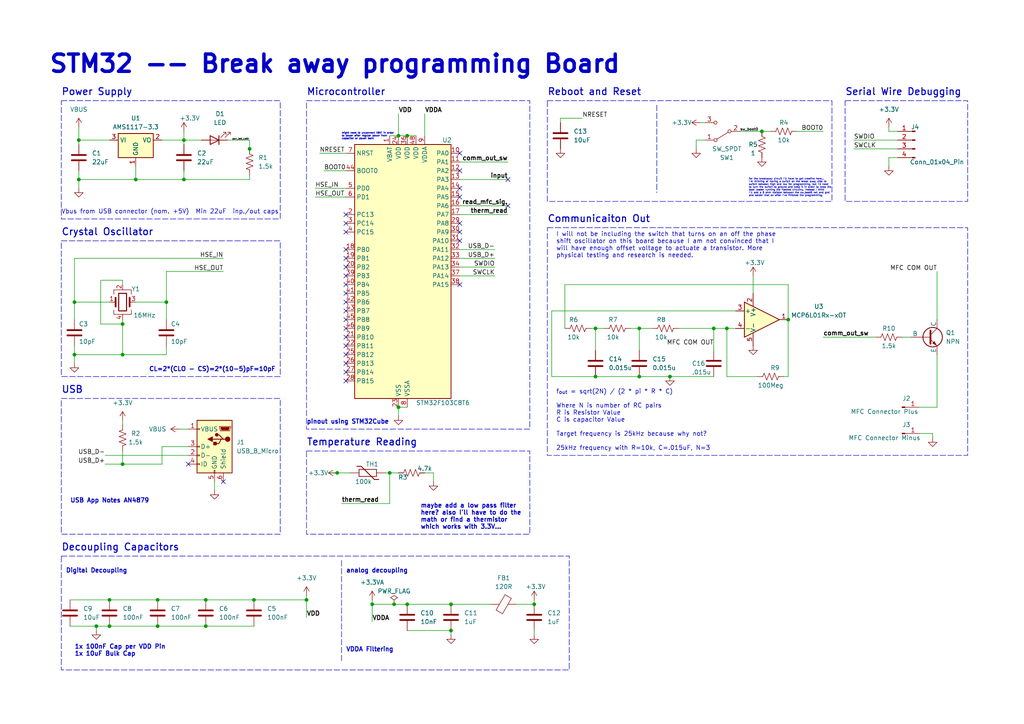
<source format=kicad_sch>
(kicad_sch (version 20230121) (generator eeschema)
  (paper "A4")
  (title_block (title "STM32 -- Break away programming Board") (date "2024-12-30") (rev "0.1") (company "Henry Claesson"))
  (lib_symbols
    (symbol "Amplifier_Operational:MCP6L01Rx-xOT" (pin_names (offset 0.127))
      (property "Reference" "U" (at 0 5.08 0))
      (property "Value" "MCP6L01Rx-xOT" (at 0 -5.08 0))
      (symbol "MCP6L01Rx-xOT_0_1"
        (polyline (pts (xy -5.08 5.08) (xy 5.08 0) (xy -5.08 -5.08) (xy -5.08 5.08)) (stroke (width 0.254)) (fill (type background)))
        (pin power_in line (at -2.54 7.62 270) (length 3.81) (name "V+") (number "2"))
        (pin power_in line (at -2.54 -7.62 90) (length 3.81) (name "V-") (number "5"))
      )
      (symbol "MCP6L01Rx-xOT_1_1"
        (pin output line (at 7.62 0 180) (length 2.54) (name "~") (number "1"))
        (pin input line (at -7.62 2.54 0) (length 2.54) (name "+") (number "3"))
        (pin input line (at -7.62 -2.54 0) (length 2.54) (name "-") (number "4"))
      )
    )
    (symbol "Connector:Conn_01x01_Pin" (pin_names (offset 1.016) hide)
      (property "Reference" "J" (at 0 2.54 0))
      (property "Value" "Conn_01x01_Pin" (at 0 -2.54 0))
      (symbol "Conn_01x01_Pin_1_1"
        (polyline (pts (xy 1.27 0) (xy 0.8636 0)) (stroke (width 0.1524)))
        (rectangle (start 0.8636 0.127) (end 0 -0.127) (stroke (width 0.1524)) (fill (type outline)))
        (pin passive line (at 5.08 0 180) (length 3.81) (name "Pin_1") (number "1"))
      )
    )
    (symbol "Connector:Conn_01x04_Pin" (pin_names (offset 1.016) hide)
      (property "Reference" "J" (at 0 5.08 0))
      (property "Value" "Conn_01x04_Pin" (at 0 -7.62 0))
      (symbol "Conn_01x04_Pin_1_1"
        (polyline (pts (xy 1.27 -5.08) (xy 0.8636 -5.08)) (stroke (width 0.1524)))
        (polyline (pts (xy 1.27 -2.54) (xy 0.8636 -2.54)) (stroke (width 0.1524)))
        (polyline (pts (xy 1.27 0) (xy 0.8636 0)) (stroke (width 0.1524)))
        (polyline (pts (xy 1.27 2.54) (xy 0.8636 2.54)) (stroke (width 0.1524)))
        (rectangle (start 0.8636 -4.953) (end 0 -5.207) (stroke (width 0.1524)) (fill (type outline)))
        (rectangle (start 0.8636 -2.413) (end 0 -2.667) (stroke (width 0.1524)) (fill (type outline)))
        (rectangle (start 0.8636 0.127) (end 0 -0.127) (stroke (width 0.1524)) (fill (type outline)))
        (rectangle (start 0.8636 2.667) (end 0 2.413) (stroke (width 0.1524)) (fill (type outline)))
        (pin passive line (at 5.08 2.54 180) (length 3.81) (name "Pin_1") (number "1"))
        (pin passive line (at 5.08 0 180) (length 3.81) (name "Pin_2") (number "2"))
        (pin passive line (at 5.08 -2.54 180) (length 3.81) (name "Pin_3") (number "3"))
        (pin passive line (at 5.08 -5.08 180) (length 3.81) (name "Pin_4") (number "4"))
      )
    )
    (symbol "Connector:USB_B_Micro" (pin_names (offset 1.016))
      (property "Reference" "J" (at -5.08 11.43 0))
      (property "Value" "USB_B_Micro" (at -5.08 8.89 0))
      (symbol "USB_B_Micro_0_1"
        (rectangle (start -5.08 -7.62) (end 5.08 7.62) (stroke (width 0.254)) (fill (type background)))
        (circle (center -3.81 2.159) (radius 0.635) (stroke (width 0.254)) (fill (type outline)))
        (circle (center -0.635 3.429) (radius 0.381) (stroke (width 0.254)) (fill (type outline)))
        (rectangle (start -0.127 -7.62) (end 0.127 -6.858))
        (polyline (pts (xy -1.905 2.159) (xy 0.635 2.159)) (stroke (width 0.254)))
        (polyline (pts (xy -3.175 2.159) (xy -2.54 2.159) (xy -1.27 3.429) (xy -0.635 3.429)) (stroke (width 0.254)))
        (polyline (pts (xy -2.54 2.159) (xy -1.905 2.159) (xy -1.27 0.889) (xy 0 0.889)) (stroke (width 0.254)))
        (polyline (pts (xy 0.635 2.794) (xy 0.635 1.524) (xy 1.905 2.159) (xy 0.635 2.794)) (stroke (width 0.254)) (fill (type outline)))
        (polyline (pts (xy -4.318 5.588) (xy -1.778 5.588) (xy -2.032 4.826) (xy -4.064 4.826) (xy -4.318 5.588)) (fill (type outline)))
        (polyline (pts (xy -4.699 5.842) (xy -4.699 5.588) (xy -4.445 4.826) (xy -4.445 4.572) (xy -1.651 4.572) (xy -1.651 4.826) (xy -1.397 5.588) (xy -1.397 5.842) (xy -4.699 5.842)))
        (rectangle (start 0.254 1.27) (end -0.508 0.508) (stroke (width 0.254)) (fill (type outline)))
        (rectangle (start 5.08 -5.207) (end 4.318 -4.953))
        (rectangle (start 5.08 -2.667) (end 4.318 -2.413))
        (rectangle (start 5.08 -0.127) (end 4.318 0.127))
        (rectangle (start 5.08 4.953) (end 4.318 5.207))
      )
      (symbol "USB_B_Micro_1_1"
        (pin power_out line (at 7.62 5.08 180) (length 2.54) (name "VBUS") (number "1"))
        (pin bidirectional line (at 7.62 -2.54 180) (length 2.54) (name "D-") (number "2"))
        (pin bidirectional line (at 7.62 0 180) (length 2.54) (name "D+") (number "3"))
        (pin passive line (at 7.62 -5.08 180) (length 2.54) (name "ID") (number "4"))
        (pin power_out line (at 0 -10.16 90) (length 2.54) (name "GND") (number "5"))
        (pin passive line (at -2.54 -10.16 90) (length 2.54) (name "Shield") (number "6"))
      )
    )
    (symbol "Device:C" (pin_numbers hide) (pin_names (offset 0.254))
      (property "Reference" "C" (at 0.635 2.54 0))
      (property "Value" "C" (at 0.635 -2.54 0))
      (symbol "C_0_1"
        (polyline (pts (xy -2.032 -0.762) (xy 2.032 -0.762)) (stroke (width 0.508)))
        (polyline (pts (xy -2.032 0.762) (xy 2.032 0.762)) (stroke (width 0.508)))
      )
      (symbol "C_1_1"
        (pin passive line (at 0 3.81 270) (length 2.794) (name "~") (number "1"))
        (pin passive line (at 0 -3.81 90) (length 2.794) (name "~") (number "2"))
      )
    )
    (symbol "Device:Crystal_GND24" (pin_names (offset 1.016) hide)
      (property "Reference" "Y" (at 3.175 5.08 0))
      (property "Value" "Crystal_GND24" (at 3.175 3.175 0))
      (symbol "Crystal_GND24_0_1"
        (rectangle (start -1.143 2.54) (end 1.143 -2.54) (stroke (width 0.3048)))
        (polyline (pts (xy -2.54 0) (xy -2.032 0)))
        (polyline (pts (xy -2.032 -1.27) (xy -2.032 1.27)) (stroke (width 0.508)))
        (polyline (pts (xy 0 -3.81) (xy 0 -3.556)))
        (polyline (pts (xy 0 3.556) (xy 0 3.81)))
        (polyline (pts (xy 2.032 -1.27) (xy 2.032 1.27)) (stroke (width 0.508)))
        (polyline (pts (xy 2.032 0) (xy 2.54 0)))
        (polyline (pts (xy -2.54 -2.286) (xy -2.54 -3.556) (xy 2.54 -3.556) (xy 2.54 -2.286)))
        (polyline (pts (xy -2.54 2.286) (xy -2.54 3.556) (xy 2.54 3.556) (xy 2.54 2.286)))
      )
      (symbol "Crystal_GND24_1_1"
        (pin passive line (at -3.81 0 0) (length 1.27) (name "1") (number "1"))
        (pin passive line (at 0 5.08 270) (length 1.27) (name "2") (number "2"))
        (pin passive line (at 3.81 0 180) (length 1.27) (name "3") (number "3"))
        (pin passive line (at 0 -5.08 90) (length 1.27) (name "4") (number "4"))
      )
    )
    (symbol "Device:FerriteBead" (pin_numbers hide) (pin_names (offset 0))
      (property "Reference" "FB" (at -3.81 0.635 90))
      (property "Value" "FerriteBead" (at 3.81 0 90))
      (symbol "FerriteBead_0_1"
        (polyline (pts (xy 0 -1.27) (xy 0 -1.2192)))
        (polyline (pts (xy 0 1.27) (xy 0 1.2954)))
        (polyline (pts (xy -2.7686 0.4064) (xy -1.7018 2.2606) (xy 2.7686 -0.3048) (xy 1.6764 -2.159) (xy -2.7686 0.4064)))
      )
      (symbol "FerriteBead_1_1"
        (pin passive line (at 0 3.81 270) (length 2.54) (name "~") (number "1"))
        (pin passive line (at 0 -3.81 90) (length 2.54) (name "~") (number "2"))
      )
    )
    (symbol "Device:LED" (pin_numbers hide) (pin_names (offset 1.016) hide)
      (property "Reference" "D" (at 0 2.54 0))
      (property "Value" "LED" (at 0 -2.54 0))
      (symbol "LED_0_1"
        (polyline (pts (xy -1.27 -1.27) (xy -1.27 1.27)) (stroke (width 0.254)))
        (polyline (pts (xy -1.27 0) (xy 1.27 0)))
        (polyline (pts (xy 1.27 -1.27) (xy 1.27 1.27) (xy -1.27 0) (xy 1.27 -1.27)) (stroke (width 0.254)))
        (polyline (pts (xy -3.048 -0.762) (xy -4.572 -2.286) (xy -3.81 -2.286) (xy -4.572 -2.286) (xy -4.572 -1.524)))
        (polyline (pts (xy -1.778 -0.762) (xy -3.302 -2.286) (xy -2.54 -2.286) (xy -3.302 -2.286) (xy -3.302 -1.524)))
      )
      (symbol "LED_1_1"
        (pin passive line (at -3.81 0 0) (length 2.54) (name "K") (number "1"))
        (pin passive line (at 3.81 0 180) (length 2.54) (name "A") (number "2"))
      )
    )
    (symbol "Device:R_US" (pin_numbers hide) (pin_names (offset 0))
      (property "Reference" "R" (at 2.54 0 90))
      (property "Value" "R_US" (at -2.54 0 90))
      (symbol "R_US_0_1"
        (polyline (pts (xy 0 -2.286) (xy 0 -2.54)))
        (polyline (pts (xy 0 2.286) (xy 0 2.54)))
        (polyline (pts (xy 0 -0.762) (xy 1.016 -1.143) (xy 0 -1.524) (xy -1.016 -1.905) (xy 0 -2.286)))
        (polyline (pts (xy 0 0.762) (xy 1.016 0.381) (xy 0 0) (xy -1.016 -0.381) (xy 0 -0.762)))
        (polyline (pts (xy 0 2.286) (xy 1.016 1.905) (xy 0 1.524) (xy -1.016 1.143) (xy 0 0.762)))
      )
      (symbol "R_US_1_1"
        (pin passive line (at 0 3.81 270) (length 1.27) (name "~") (number "1"))
        (pin passive line (at 0 -3.81 90) (length 1.27) (name "~") (number "2"))
      )
    )
    (symbol "Device:Thermistor" (pin_numbers hide) (pin_names (offset 0))
      (property "Reference" "TH" (at 2.54 1.27 90))
      (property "Value" "Thermistor" (at -2.54 0 90))
      (symbol "Thermistor_0_1"
        (rectangle (start -1.016 2.54) (end 1.016 -2.54) (stroke (width 0.2032)))
        (polyline (pts (xy -1.905 3.175) (xy -1.905 1.905) (xy 1.905 -1.905) (xy 1.905 -3.175) (xy 1.905 -3.175)) (stroke (width 0.254)))
      )
      (symbol "Thermistor_1_1"
        (pin passive line (at 0 5.08 270) (length 2.54) (name "~") (number "1"))
        (pin passive line (at 0 -5.08 90) (length 2.54) (name "~") (number "2"))
      )
    )
    (symbol "MCU_ST_STM32F1:STM32F103C8Tx"
      (property "Reference" "U" (at -12.7 39.37 0))
      (property "Value" "STM32F103C8Tx" (at 10.16 39.37 0))
      (symbol "STM32F103C8Tx_0_1"
        (rectangle (start -12.7 -35.56) (end 15.24 38.1) (stroke (width 0.254)) (fill (type background)))
      )
      (symbol "STM32F103C8Tx_1_1"
        (pin power_in line (at -2.54 40.64 270) (length 2.54) (name "VBAT") (number "1"))
        (pin bidirectional line (at 17.78 35.56 180) (length 2.54) (name "PA0") (number "10"))
        (pin bidirectional line (at 17.78 33.02 180) (length 2.54) (name "PA1") (number "11"))
        (pin bidirectional line (at 17.78 30.48 180) (length 2.54) (name "PA2") (number "12"))
        (pin bidirectional line (at 17.78 27.94 180) (length 2.54) (name "PA3") (number "13"))
        (pin bidirectional line (at 17.78 25.4 180) (length 2.54) (name "PA4") (number "14"))
        (pin bidirectional line (at 17.78 22.86 180) (length 2.54) (name "PA5") (number "15"))
        (pin bidirectional line (at 17.78 20.32 180) (length 2.54) (name "PA6") (number "16"))
        (pin bidirectional line (at 17.78 17.78 180) (length 2.54) (name "PA7") (number "17"))
        (pin bidirectional line (at -15.24 7.62 0) (length 2.54) (name "PB0") (number "18"))
        (pin bidirectional line (at -15.24 5.08 0) (length 2.54) (name "PB1") (number "19"))
        (pin bidirectional line (at -15.24 17.78 0) (length 2.54) (name "PC13") (number "2"))
        (pin bidirectional line (at -15.24 2.54 0) (length 2.54) (name "PB2") (number "20"))
        (pin bidirectional line (at -15.24 -17.78 0) (length 2.54) (name "PB10") (number "21"))
        (pin bidirectional line (at -15.24 -20.32 0) (length 2.54) (name "PB11") (number "22"))
        (pin power_in line (at 0 -38.1 90) (length 2.54) (name "VSS") (number "23"))
        (pin power_in line (at 0 40.64 270) (length 2.54) (name "VDD") (number "24"))
        (pin bidirectional line (at -15.24 -22.86 0) (length 2.54) (name "PB12") (number "25"))
        (pin bidirectional line (at -15.24 -25.4 0) (length 2.54) (name "PB13") (number "26"))
        (pin bidirectional line (at -15.24 -27.94 0) (length 2.54) (name "PB14") (number "27"))
        (pin bidirectional line (at -15.24 -30.48 0) (length 2.54) (name "PB15") (number "28"))
        (pin bidirectional line (at 17.78 15.24 180) (length 2.54) (name "PA8") (number "29"))
        (pin bidirectional line (at -15.24 15.24 0) (length 2.54) (name "PC14") (number "3"))
        (pin bidirectional line (at 17.78 12.7 180) (length 2.54) (name "PA9") (number "30"))
        (pin bidirectional line (at 17.78 10.16 180) (length 2.54) (name "PA10") (number "31"))
        (pin bidirectional line (at 17.78 7.62 180) (length 2.54) (name "PA11") (number "32"))
        (pin bidirectional line (at 17.78 5.08 180) (length 2.54) (name "PA12") (number "33"))
        (pin bidirectional line (at 17.78 2.54 180) (length 2.54) (name "PA13") (number "34"))
        (pin passive line (at 0 -38.1 90) (length 2.54) hide (name "VSS") (number "35"))
        (pin power_in line (at 2.54 40.64 270) (length 2.54) (name "VDD") (number "36"))
        (pin bidirectional line (at 17.78 0 180) (length 2.54) (name "PA14") (number "37"))
        (pin bidirectional line (at 17.78 -2.54 180) (length 2.54) (name "PA15") (number "38"))
        (pin bidirectional line (at -15.24 0 0) (length 2.54) (name "PB3") (number "39"))
        (pin bidirectional line (at -15.24 12.7 0) (length 2.54) (name "PC15") (number "4"))
        (pin bidirectional line (at -15.24 -2.54 0) (length 2.54) (name "PB4") (number "40"))
        (pin bidirectional line (at -15.24 -5.08 0) (length 2.54) (name "PB5") (number "41"))
        (pin bidirectional line (at -15.24 -7.62 0) (length 2.54) (name "PB6") (number "42"))
        (pin bidirectional line (at -15.24 -10.16 0) (length 2.54) (name "PB7") (number "43"))
        (pin input line (at -15.24 30.48 0) (length 2.54) (name "BOOT0") (number "44"))
        (pin bidirectional line (at -15.24 -12.7 0) (length 2.54) (name "PB8") (number "45"))
        (pin bidirectional line (at -15.24 -15.24 0) (length 2.54) (name "PB9") (number "46"))
        (pin passive line (at 0 -38.1 90) (length 2.54) hide (name "VSS") (number "47"))
        (pin power_in line (at 5.08 40.64 270) (length 2.54) (name "VDD") (number "48"))
        (pin bidirectional line (at -15.24 25.4 0) (length 2.54) (name "PD0") (number "5"))
        (pin bidirectional line (at -15.24 22.86 0) (length 2.54) (name "PD1") (number "6"))
        (pin input line (at -15.24 35.56 0) (length 2.54) (name "NRST") (number "7"))
        (pin power_in line (at 2.54 -38.1 90) (length 2.54) (name "VSSA") (number "8"))
        (pin power_in line (at 7.62 40.64 270) (length 2.54) (name "VDDA") (number "9"))
      )
    )
    (symbol "Regulator_Linear:AMS1117-3.3"
      (property "Reference" "U" (at -3.81 3.175 0))
      (property "Value" "AMS1117-3.3" (at 0 3.175 0))
      (symbol "AMS1117-3.3_0_1"
        (rectangle (start -5.08 -5.08) (end 5.08 1.905) (stroke (width 0.254)) (fill (type background)))
      )
      (symbol "AMS1117-3.3_1_1"
        (pin power_in line (at 0 -7.62 90) (length 2.54) (name "GND") (number "1"))
        (pin power_out line (at 7.62 0 180) (length 2.54) (name "VO") (number "2"))
        (pin power_in line (at -7.62 0 0) (length 2.54) (name "VI") (number "3"))
      )
    )
    (symbol "Simulation_SPICE:NPN" (pin_numbers hide) (pin_names (offset 0))
      (property "Reference" "Q" (at -2.54 7.62 0))
      (property "Value" "NPN" (at -2.54 5.08 0))
      (symbol "NPN_0_1"
        (polyline (pts (xy -2.54 0) (xy 0.635 0)) (stroke (width 0.1524)))
        (polyline (pts (xy 0.635 0.635) (xy 2.54 2.54)))
        (polyline (pts (xy 2.794 -1.27) (xy 2.794 -1.27)) (stroke (width 0.1524)))
        (polyline (pts (xy 2.794 -1.27) (xy 2.794 -1.27)) (stroke (width 0.1524)))
        (polyline (pts (xy 0.635 -0.635) (xy 2.54 -2.54) (xy 2.54 -2.54)))
        (polyline (pts (xy 0.635 1.905) (xy 0.635 -1.905) (xy 0.635 -1.905)) (stroke (width 0.508)))
        (polyline (pts (xy 1.27 -1.778) (xy 1.778 -1.27) (xy 2.286 -2.286) (xy 1.27 -1.778) (xy 1.27 -1.778)) (fill (type outline)))
        (circle (center 1.27 0) (radius 2.8194) (stroke (width 0.254)))
      )
      (symbol "NPN_1_1"
        (pin open_collector line (at 2.54 5.08 270) (length 2.54) (name "C") (number "1"))
        (pin input line (at -5.08 0 0) (length 2.54) (name "B") (number "2"))
        (pin open_emitter line (at 2.54 -5.08 90) (length 2.54) (name "E") (number "3"))
      )
    )
    (symbol "Switch:SW_SPDT" (pin_names (offset 0) hide)
      (property "Reference" "SW1" (at -1.27 7.62 0))
      (property "Value" "SW_SPDT" (at -1.27 5.08 0))
      (symbol "SW_SPDT_0_1"
        (circle (center -2.032 0) (radius 0.4572))
        (polyline (pts (xy -1.651 0.254) (xy 1.651 2.286)))
        (circle (center 2.032 -2.54) (radius 0.4572))
        (circle (center 2.032 2.54) (radius 0.4572))
      )
      (symbol "SW_SPDT_1_1"
        (pin passive line (at 5.08 2.54 180) (length 2.54) (name "A") (number "1"))
        (pin passive line (at -5.08 0 0) (length 2.54) (name "B") (number "2"))
        (pin passive line (at 5.08 -2.54 180) (length 2.54) (name "C") (number "3"))
      )
    )
    (symbol "power:+3.3V" (power) (pin_names (offset 0))
      (property "Value" "+3.3V" (at 0 3.556 0))
      (symbol "+3.3V_0_1"
        (polyline (pts (xy -0.762 1.27) (xy 0 2.54)))
        (polyline (pts (xy 0 0) (xy 0 2.54)))
        (polyline (pts (xy 0 2.54) (xy 0.762 1.27)))
      )
      (symbol "+3.3V_1_1"
        (pin power_in line (at 0 0 90) (length 0) hide (name "+3.3V") (number "1"))
      )
    )
    (symbol "power:+3.3VA" (power) (pin_names (offset 0))
      (property "Value" "+3.3VA" (at 0 3.556 0))
      (symbol "+3.3VA_0_1"
        (polyline (pts (xy -0.762 1.27) (xy 0 2.54)))
        (polyline (pts (xy 0 0) (xy 0 2.54)))
        (polyline (pts (xy 0 2.54) (xy 0.762 1.27)))
      )
      (symbol "+3.3VA_1_1"
        (pin power_in line (at 0 0 90) (length 0) hide (name "+3.3VA") (number "1"))
      )
    )
    (symbol "power:GND" (power) (pin_names (offset 0))
      (property "Value" "GND" (at 0 -3.81 0))
      (symbol "GND_0_1"
        (polyline (pts (xy 0 0) (xy 0 -1.27) (xy 1.27 -1.27) (xy 0 -2.54) (xy -1.27 -1.27) (xy 0 -1.27)))
      )
      (symbol "GND_1_1"
        (pin power_in line (at 0 0 270) (length 0) hide (name "GND") (number "1"))
      )
    )
    (symbol "power:PWR_FLAG" (power) (pin_numbers hide) (pin_names (offset 0) hide)
      (property "Value" "PWR_FLAG" (at 0 3.81 0))
      (symbol "PWR_FLAG_0_0"
        (pin power_out line (at 0 0 90) (length 0) (name "pwr") (number "1"))
      )
      (symbol "PWR_FLAG_0_1"
        (polyline (pts (xy 0 0) (xy 0 1.27) (xy -1.016 1.905) (xy 0 2.54) (xy 1.016 1.905) (xy 0 1.27)))
      )
    )
    (symbol "power:VBUS" (power) (pin_names (offset 0))
      (property "Value" "VBUS" (at 0 3.81 0))
      (symbol "VBUS_0_1"
        (polyline (pts (xy -0.762 1.27) (xy 0 2.54)))
        (polyline (pts (xy 0 0) (xy 0 2.54)))
        (polyline (pts (xy 0 2.54) (xy 0.762 1.27)))
      )
      (symbol "VBUS_1_1"
        (pin power_in line (at 0 0 90) (length 0) hide (name "VBUS") (number "1"))
      )
    )
  )
  (junction (at 130.81 182.88))
  (junction (at 172.72 109.22))
  (junction (at 53.34 52.07))
  (junction (at 114.3 175.26))
  (junction (at 194.31 109.22))
  (junction (at 35.56 134.62))
  (junction (at 185.42 95.25))
  (junction (at 59.69 181.61))
  (junction (at 118.11 175.26))
  (junction (at 88.9 173.99))
  (junction (at 22.86 40.64))
  (junction (at 220.98 38.1))
  (junction (at 115.57 118.11))
  (junction (at 22.86 52.07))
  (junction (at 27.94 181.61))
  (junction (at 45.72 181.61))
  (junction (at 31.75 181.61))
  (junction (at 113.03 137.16))
  (junction (at 210.82 95.25))
  (junction (at 130.81 175.26))
  (junction (at 185.42 109.22))
  (junction (at 31.75 173.99))
  (junction (at 72.39 43.18))
  (junction (at 35.56 93.98))
  (junction (at 59.69 173.99))
  (junction (at 172.72 95.25))
  (junction (at 48.26 87.63))
  (junction (at 39.37 52.07))
  (junction (at 97.79 137.16))
  (junction (at 45.72 173.99))
  (junction (at 118.11 39.37))
  (junction (at 207.01 95.25))
  (junction (at 35.56 102.87))
  (junction (at 228.6 92.71))
  (junction (at 53.34 40.64))
  (junction (at 73.66 173.99))
  (junction (at 21.59 87.63))
  (junction (at 107.95 175.26))
  (junction (at 115.57 39.37))
  (junction (at 21.59 102.87))
  (junction (at 154.94 175.26))
  (no_connect (at 100.33 82.55))
  (no_connect (at 133.35 67.31))
  (no_connect (at 100.33 92.71))
  (no_connect (at 100.33 85.09))
  (no_connect (at 100.33 100.33))
  (no_connect (at 133.35 54.61))
  (no_connect (at 100.33 102.87))
  (no_connect (at 147.32 59.69))
  (no_connect (at 133.35 82.55))
  (no_connect (at 100.33 72.39))
  (no_connect (at 100.33 77.47))
  (no_connect (at 133.35 69.85))
  (no_connect (at 54.61 134.62))
  (no_connect (at 100.33 90.17))
  (no_connect (at 64.77 139.7))
  (no_connect (at 100.33 74.93))
  (no_connect (at 100.33 97.79))
  (no_connect (at 100.33 67.31))
  (no_connect (at 100.33 107.95))
  (no_connect (at 100.33 80.01))
  (no_connect (at 133.35 44.45))
  (no_connect (at 100.33 62.23))
  (no_connect (at 133.35 49.53))
  (no_connect (at 100.33 87.63))
  (no_connect (at 100.33 95.25))
  (no_connect (at 100.33 110.49))
  (no_connect (at 133.35 57.15))
  (no_connect (at 133.35 64.77))
  (no_connect (at 100.33 64.77))
  (no_connect (at 147.32 52.07))
  (no_connect (at 100.33 105.41))
  (wire (pts (xy 29.21 93.98) (xy 35.56 93.98)))
  (wire (pts (xy 35.56 102.87) (xy 48.26 102.87)))
  (wire (pts (xy 39.37 87.63) (xy 48.26 87.63)))
  (wire (pts (xy 130.81 182.88) (xy 130.81 184.15)))
  (wire (pts (xy 163.83 82.55) (xy 228.6 82.55)))
  (wire (pts (xy 53.34 38.1) (xy 53.34 40.64)))
  (wire (pts (xy 130.81 175.26) (xy 142.24 175.26)))
  (wire (pts (xy 66.04 40.64) (xy 72.39 40.64)))
  (wire (pts (xy 115.57 118.11) (xy 115.57 120.65)))
  (wire (pts (xy 264.16 97.79) (xy 261.62 97.79)))
  (wire (pts (xy 203.2 35.56) (xy 204.47 35.56)))
  (wire (pts (xy 91.44 57.15) (xy 100.33 57.15)))
  (wire (pts (xy 21.59 87.63) (xy 21.59 92.71)))
  (wire (pts (xy 171.45 95.25) (xy 172.72 95.25)))
  (wire (pts (xy 115.57 39.37) (xy 118.11 39.37)))
  (wire (pts (xy 257.81 45.72) (xy 260.35 45.72)))
  (wire (pts (xy 118.11 175.26) (xy 130.81 175.26)))
  (wire (pts (xy 118.11 39.37) (xy 120.65 39.37)))
  (wire (pts (xy 88.9 173.99) (xy 88.9 179.07)))
  (wire (pts (xy 123.19 137.16) (xy 125.73 137.16)))
  (wire (pts (xy 196.85 95.25) (xy 207.01 95.25)))
  (wire (pts (xy 133.35 52.07) (xy 147.32 52.07)))
  (wire (pts (xy 93.98 49.53) (xy 100.33 49.53)))
  (wire (pts (xy 254 97.79) (xy 238.76 97.79)))
  (wire (pts (xy 59.69 181.61) (xy 73.66 181.61)))
  (wire (pts (xy 48.26 78.74) (xy 48.26 87.63)))
  (wire (pts (xy 31.75 40.64) (xy 22.86 40.64)))
  (polyline (pts (xy 99.06 162.56) (xy 99.06 191.77)) (stroke (width 0) (type dash)))
  (wire (pts (xy 21.59 102.87) (xy 35.56 102.87)))
  (wire (pts (xy 21.59 74.93) (xy 21.59 87.63)))
  (wire (pts (xy 115.57 118.11) (xy 118.11 118.11)))
  (wire (pts (xy 99.06 146.05) (xy 113.03 146.05)))
  (wire (pts (xy 220.98 38.1) (xy 223.52 38.1)))
  (wire (pts (xy 115.57 33.02) (xy 115.57 39.37)))
  (wire (pts (xy 149.86 175.26) (xy 154.94 175.26)))
  (wire (pts (xy 35.56 93.98) (xy 35.56 102.87)))
  (wire (pts (xy 207.01 95.25) (xy 207.01 101.6)))
  (wire (pts (xy 107.95 173.99) (xy 107.95 175.26)))
  (wire (pts (xy 172.72 95.25) (xy 175.26 95.25)))
  (wire (pts (xy 107.95 175.26) (xy 107.95 180.34)))
  (wire (pts (xy 39.37 52.07) (xy 53.34 52.07)))
  (wire (pts (xy 172.72 101.6) (xy 172.72 95.25)))
  (wire (pts (xy 45.72 173.99) (xy 59.69 173.99)))
  (wire (pts (xy 107.95 175.26) (xy 114.3 175.26)))
  (wire (pts (xy 30.48 134.62) (xy 35.56 134.62)))
  (wire (pts (xy 45.72 181.61) (xy 59.69 181.61)))
  (wire (pts (xy 72.39 52.07) (xy 72.39 50.8)))
  (wire (pts (xy 154.94 173.99) (xy 154.94 175.26)))
  (wire (pts (xy 218.44 80.01) (xy 218.44 85.09)))
  (wire (pts (xy 39.37 48.26) (xy 39.37 52.07)))
  (wire (pts (xy 201.93 40.64) (xy 201.93 43.18)))
  (wire (pts (xy 35.56 121.92) (xy 35.56 123.19)))
  (wire (pts (xy 118.11 182.88) (xy 130.81 182.88)))
  (wire (pts (xy 91.44 54.61) (xy 100.33 54.61)))
  (wire (pts (xy 125.73 137.16) (xy 125.73 139.7)))
  (wire (pts (xy 185.42 95.25) (xy 185.42 101.6)))
  (wire (pts (xy 21.59 74.93) (xy 64.77 74.93)))
  (wire (pts (xy 53.34 52.07) (xy 72.39 52.07)))
  (wire (pts (xy 271.78 78.74) (xy 271.78 92.71)))
  (wire (pts (xy 73.66 173.99) (xy 88.9 173.99)))
  (wire (pts (xy 270.51 125.73) (xy 270.51 127)))
  (wire (pts (xy 53.34 52.07) (xy 53.34 49.53)))
  (wire (pts (xy 247.65 40.64) (xy 260.35 40.64)))
  (wire (pts (xy 27.94 181.61) (xy 31.75 181.61)))
  (wire (pts (xy 257.81 38.1) (xy 260.35 38.1)))
  (wire (pts (xy 22.86 36.83) (xy 22.86 40.64)))
  (wire (pts (xy 20.32 173.99) (xy 31.75 173.99)))
  (wire (pts (xy 185.42 109.22) (xy 194.31 109.22)))
  (wire (pts (xy 21.59 87.63) (xy 31.75 87.63)))
  (wire (pts (xy 46.99 40.64) (xy 53.34 40.64)))
  (wire (pts (xy 133.35 80.01) (xy 143.51 80.01)))
  (wire (pts (xy 231.14 38.1) (xy 238.76 38.1)))
  (wire (pts (xy 257.81 36.83) (xy 257.81 38.1)))
  (wire (pts (xy 54.61 129.54) (xy 46.99 129.54)))
  (wire (pts (xy 210.82 109.22) (xy 210.82 95.25)))
  (wire (pts (xy 92.71 44.45) (xy 100.33 44.45)))
  (wire (pts (xy 162.56 34.29) (xy 162.56 35.56)))
  (wire (pts (xy 133.35 59.69) (xy 147.32 59.69)))
  (wire (pts (xy 114.3 175.26) (xy 118.11 175.26)))
  (wire (pts (xy 22.86 40.64) (xy 22.86 41.91)))
  (wire (pts (xy 266.7 125.73) (xy 270.51 125.73)))
  (wire (pts (xy 30.48 132.08) (xy 54.61 132.08)))
  (wire (pts (xy 72.39 40.64) (xy 72.39 43.18)))
  (wire (pts (xy 48.26 78.74) (xy 64.77 78.74)))
  (wire (pts (xy 133.35 46.99) (xy 147.32 46.99)))
  (wire (pts (xy 27.94 181.61) (xy 27.94 182.88)))
  (wire (pts (xy 111.76 137.16) (xy 113.03 137.16)))
  (wire (pts (xy 53.34 40.64) (xy 58.42 40.64)))
  (wire (pts (xy 204.47 40.64) (xy 201.93 40.64)))
  (wire (pts (xy 257.81 45.72) (xy 257.81 48.26)))
  (wire (pts (xy 271.78 118.11) (xy 266.7 118.11)))
  (wire (pts (xy 207.01 95.25) (xy 210.82 95.25)))
  (wire (pts (xy 97.79 137.16) (xy 101.6 137.16)))
  (wire (pts (xy 22.86 49.53) (xy 22.86 52.07)))
  (wire (pts (xy 59.69 173.99) (xy 73.66 173.99)))
  (wire (pts (xy 22.86 52.07) (xy 22.86 54.61)))
  (wire (pts (xy 29.21 81.28) (xy 29.21 93.98)))
  (wire (pts (xy 35.56 130.81) (xy 35.56 134.62)))
  (wire (pts (xy 189.23 95.25) (xy 185.42 95.25)))
  (wire (pts (xy 182.88 95.25) (xy 185.42 95.25)))
  (wire (pts (xy 213.36 90.17) (xy 160.02 90.17)))
  (wire (pts (xy 20.32 181.61) (xy 27.94 181.61)))
  (wire (pts (xy 22.86 52.07) (xy 39.37 52.07)))
  (wire (pts (xy 133.35 77.47) (xy 143.51 77.47)))
  (wire (pts (xy 53.34 40.64) (xy 53.34 41.91)))
  (wire (pts (xy 95.25 137.16) (xy 97.79 137.16)))
  (wire (pts (xy 160.02 90.17) (xy 160.02 109.22)))
  (wire (pts (xy 31.75 181.61) (xy 45.72 181.61)))
  (wire (pts (xy 72.39 43.18) (xy 72.39 44.45)))
  (wire (pts (xy 154.94 182.88) (xy 154.94 184.15)))
  (wire (pts (xy 48.26 102.87) (xy 48.26 100.33)))
  (wire (pts (xy 194.31 109.22) (xy 207.01 109.22)))
  (wire (pts (xy 172.72 109.22) (xy 185.42 109.22)))
  (wire (pts (xy 163.83 95.25) (xy 163.83 82.55)))
  (wire (pts (xy 35.56 92.71) (xy 35.56 93.98)))
  (wire (pts (xy 46.99 129.54) (xy 46.99 134.62)))
  (wire (pts (xy 160.02 109.22) (xy 172.72 109.22)))
  (wire (pts (xy 162.56 34.29) (xy 168.91 34.29)))
  (wire (pts (xy 133.35 62.23) (xy 147.32 62.23)))
  (wire (pts (xy 21.59 102.87) (xy 21.59 105.41)))
  (wire (pts (xy 219.71 109.22) (xy 210.82 109.22)))
  (wire (pts (xy 228.6 82.55) (xy 228.6 92.71)))
  (wire (pts (xy 35.56 81.28) (xy 29.21 81.28)))
  (wire (pts (xy 123.19 33.02) (xy 123.19 39.37)))
  (wire (pts (xy 35.56 134.62) (xy 46.99 134.62)))
  (wire (pts (xy 31.75 173.99) (xy 45.72 173.99)))
  (wire (pts (xy 228.6 92.71) (xy 228.6 109.22)))
  (wire (pts (xy 247.65 43.18) (xy 260.35 43.18)))
  (wire (pts (xy 113.03 137.16) (xy 113.03 146.05)))
  (wire (pts (xy 62.23 139.7) (xy 62.23 142.24)))
  (wire (pts (xy 210.82 95.25) (xy 213.36 95.25)))
  (wire (pts (xy 88.9 172.72) (xy 88.9 173.99)))
  (wire (pts (xy 214.63 38.1) (xy 220.98 38.1)))
  (wire (pts (xy 48.26 87.63) (xy 48.26 92.71)))
  (wire (pts (xy 133.35 72.39) (xy 143.51 72.39)))
  (wire (pts (xy 227.33 109.22) (xy 228.6 109.22)))
  (polyline (pts (xy 190.5 30.48) (xy 190.5 55.88)) (stroke (width 0) (type dash)))
  (wire (pts (xy 113.03 137.16) (xy 115.57 137.16)))
  (wire (pts (xy 35.56 82.55) (xy 35.56 81.28)))
  (wire (pts (xy 113.03 39.37) (xy 115.57 39.37)))
  (wire (pts (xy 271.78 102.87) (xy 271.78 118.11)))
  (wire (pts (xy 21.59 100.33) (xy 21.59 102.87)))
  (wire (pts (xy 52.07 124.46) (xy 54.61 124.46)))
  (wire (pts (xy 133.35 74.93) (xy 143.51 74.93)))
  (rectangle (start 17.78 29.21) (end 81.28 63.5) (stroke (width 0) (type dash)))
  (rectangle (start 158.75 66.04) (end 280.67 132.08) (stroke (width 0) (type dash)))
  (rectangle (start 88.9 29.21) (end 153.67 124.46) (stroke (width 0) (type dash)))
  (rectangle (start 17.78 115.57) (end 81.28 154.94) (stroke (width 0) (type dash)))
  (rectangle (start 88.9 130.81) (end 153.67 154.94) (stroke (width 0) (type dash)))
  (rectangle (start 17.78 161.29) (end 165.1 194.31) (stroke (width 0) (type dash)))
  (rectangle (start 245.11 29.21) (end 280.67 58.42) (stroke (width 0) (type dash)))
  (rectangle (start 17.78 69.85) (end 81.28 109.22) (stroke (width 0) (type dash)))
  (rectangle (start 158.75 29.21) (end 241.3 58.42) (stroke (width 0) (type dash)))
  (text "VDDA Filtering" (at 100.33 189.23 0) (effects (font (size 1.27 1.27) bold) (justify left bottom)))
  (text "might need to unconnect VBAT in order \nto power after regular power from \ncapacitor or power bank" (at 99.06 40.64 0) (effects (font (size 0.5 0.5)) (justify left bottom)))
  (text "CL=2*(CLO - CS)=2*(10-5)pF=10pF" (at 43.18 107.95 0) (effects (font (size 1.27 1.27) bold) (justify left bottom)))
  (text "Microcontroller" (at 88.9 27.94 0) (effects (font (size 2 2) (thickness 0.3) bold) (justify left bottom)))
  (text "Temperature Reading" (at 88.9 129.54 0) (effects (font (size 2 2) (thickness 0.3) bold) (justify left bottom)))
  (text "Serial Wire Debugging" (at 245.11 27.94 0) (effects (font (size 2 2) (thickness 0.3) bold) (justify left bottom)))
  (text "maybe add a low pass filter \nhere? also I'll have to do the \nmath or find a thermistor \nwhich works with 3.3V..." (at 121.92 153.67 0) (effects (font (size 1.27 1.27) bold) (justify left bottom)))
  (text "Reboot and Reset" (at 158.75 27.94 0) (effects (font (size 2 2) (thickness 0.3) bold) (justify left bottom)))
  (text "I will not be including the switch that turns on an off the phase\nshift oscillator on this board because I am not convinced that I \nwill have enough offset voltage to actuate a transistor. More \nphysical testing and research is needed." (at 161.29 74.93 0) (effects (font (size 1.27 1.27)) (justify left bottom)))
  (text "Communicaiton Out" (at 158.75 64.77 0) (effects (font (size 2 2) (thickness 0.3) bold) (justify left bottom)))
  (text "Decoupling Capacitors" (at 17.78 160.02 0) (effects (font (size 2 2) (thickness 0.3) bold) (justify left bottom)))
  (text "for the breakaway circuit I'll have to get creative here...\nI'm thinking of having a switch on the break away side to \nswitch between high and low for programming, but I'd need\nto turn the switch to ground and keep it in order to keep the\nboot loader running the flashed circuitry. Instead I think\nI'll add a 0 ohm resistor between the sw_boot0 net and gnd\nand solder that on after I've finished the programming. " (at 217.17 57.15 0) (effects (font (size 0.5 0.5) bold) (justify left bottom)))
  (text "f_{out} = sqrt(2N) / (2 * pi * R * C)\n\nWhere N is number of RC pairs\nR is Resistor Value\nC is capacitor Value\n\nTarget frequency is 25kHz because why not? \n\n25kHz frequency with R=10k, C=.015uF, N=3" (at 161.29 130.81 0) (effects (font (size 1.27 1.27)) (justify left bottom)))
  (text "pinout using STM32Cube" (at 88.9 123.19 0) (effects (font (size 1.27 1.27) bold) (justify left bottom)))
  (text "Crystal Oscillator" (at 17.78 68.58 0) (effects (font (size 2 2) (thickness 0.3) bold) (justify left bottom)))
  (text "Power Supply" (at 17.78 27.94 0) (effects (font (size 2 2) (thickness 0.3) bold) (justify left bottom)))
  (text "1x 100nF Cap per VDD Pin\n1x 10uF Bulk Cap" (at 21.59 190.5 0) (effects (font (size 1.27 1.27) bold) (justify left bottom)))
  (text "STM32 -- Break away programming Board" (at 13.97 21.59 0) (effects (font (size 5 5) bold) (justify left bottom)))
  (text "Digital Decoupling" (at 19.05 166.37 0) (effects (font (size 1.27 1.27) bold) (justify left bottom)))
  (text "analog decoupling" (at 100.33 166.37 0) (effects (font (size 1.27 1.27) bold) (justify left bottom)))
  (text "USB" (at 17.78 114.3 0) (effects (font (size 2 2) (thickness 0.3) bold) (justify left bottom)))
  (text "Vbus from USB connector (nom. +5V)  Min 22uF  inp./out caps" (at 17.78 62.23 0) (effects (font (size 1.27 1.27)) (justify left bottom)))
  (text "USB App Notes AN4879" (at 20.32 146.05 0) (effects (font (size 1.27 1.27) bold) (justify left bottom)))
  (label "SWDIO" (at 247.65 40.64 0))
  (label "input" (at 147.32 52.07 180) (effects (font bold)))
  (label "NRESET" (at 92.71 44.45 0))
  (label "HSE_IN" (at 91.44 54.61 0))
  (label "pwr_led_cath" (at 67.31 40.64 0) (effects (font (size 0.5 0.5))))
  (label "HSE_OUT" (at 91.44 57.15 0))
  (label "therm_read" (at 147.32 62.23 180) (effects (font bold)))
  (label "HSE_OUT" (at 64.77 78.74 180))
  (label "USB_D+" (at 143.51 74.93 180))
  (label "VDD" (at 88.9 179.07 0) (effects (font bold)))
  (label "HSE_IN" (at 64.77 74.93 180))
  (label "read_mfc_sig." (at 147.32 59.69 180) (effects (font bold)))
  (label "VDDA" (at 123.19 33.02 0) (effects (font bold)))
  (label "sw_boot0" (at 214.63 38.1 0) (effects (font (size 0.75 0.75))))
  (label "comm_out_sw" (at 238.76 97.79 0) (effects (font bold)))
  (label "SWCLK" (at 143.51 80.01 180))
  (label "NRESET" (at 168.91 34.29 0))
  (label "VDD" (at 115.57 33.02 0) (effects (font bold)))
  (label "SWCLK" (at 247.65 43.18 0))
  (label "MFC COM OUT" (at 207.01 100.33 180))
  (label "SWDIO" (at 143.51 77.47 180))
  (label "USB_D+" (at 30.48 134.62 180))
  (label "VDDA" (at 107.95 180.34 0) (effects (font bold)))
  (label "comm_out_sw" (at 147.32 46.99 180) (effects (font bold)))
  (label "therm_read" (at 99.06 146.05 0) (effects (font bold)))
  (label "MFC COM OUT" (at 271.78 78.74 180))
  (label "USB_D-" (at 30.48 132.08 180))
  (label "BOOT0" (at 238.76 38.1 180))
  (label "BOOT0" (at 93.98 49.53 0))
  (label "USB_D-" (at 143.51 72.39 180))
  (symbol (lib_id "Device:C") (at 130.81 179.07 0) (unit 1)
    (property "Reference" "C11" (at 134.62 177.8 0) (effects (justify left)))
    (property "Value" "1uF" (at 134.62 180.34 0) (effects (justify left)))
    (property "Footprint" "Capacitor_SMD:C_0402_1005Metric" (effects hide))
  )
  (symbol (lib_id "Device:C") (at 22.86 45.72 0) (unit 1)
    (property "Reference" "C1" (at 26.67 44.45 0) (effects (justify left)))
    (property "Value" "22uF" (at 26.67 46.99 0) (effects (justify left)))
    (property "Footprint" "Capacitor_SMD:C_0805_2012Metric" (effects hide))
  )
  (symbol (lib_id "Device:C") (at 207.01 105.41 0) (unit 1)
    (property "Reference" "C16" (at 200.66 105.41 0) (effects (justify left)))
    (property "Value" ".015u" (at 200.66 107.95 0) (effects (justify left)))
    (property "Footprint" "Capacitor_SMD:C_0402_1005Metric" (effects hide))
  )
  (symbol (lib_id "power:GND") (at 162.56 43.18 0) (unit 1)
    (property "Reference" "#PWR016" (effects hide))
    (property "Value" "GND" (effects hide))
  )
  (symbol (lib_id "Device:R_US") (at 227.33 38.1 90) (unit 1)
    (property "Reference" "R4" (at 227.33 35.56 90))
    (property "Value" "10k" (at 227.33 40.64 90))
    (property "Footprint" "Resistor_SMD:R_0402_1005Metric" (effects hide))
  )
  (symbol (lib_id "power:VBUS") (at 52.07 124.46 90) (unit 1)
    (property "Reference" "#PWR06" (effects hide))
    (property "Value" "VBUS" (at 48.26 124.46 90) (effects (justify left)))
  )
  (symbol (lib_id "power:+3.3V") (at 154.94 173.99 0) (unit 1)
    (property "Reference" "#PWR020" (effects hide))
    (property "Value" "+3.3V" (at 152.4 170.18 0) (effects (justify left)))
  )
  (symbol (lib_id "power:GND") (at 21.59 105.41 0) (unit 1)
    (property "Reference" "#PWR01" (effects hide))
    (property "Value" "GND" (effects hide))
  )
  (symbol (lib_id "power:GND") (at 62.23 142.24 0) (unit 1)
    (property "Reference" "#PWR08" (effects hide))
    (property "Value" "GND" (effects hide))
  )
  (symbol (lib_id "Device:C") (at 21.59 96.52 0) (unit 1)
    (property "Reference" "C3" (at 22.86 93.98 0) (effects (justify left)))
    (property "Value" "10pF" (at 22.86 99.06 0) (effects (justify left)))
    (property "Footprint" "Capacitor_SMD:C_0402_1005Metric" (effects hide))
  )
  (symbol (lib_id "Device:R_US") (at 223.52 109.22 90) (unit 1)
    (property "Reference" "R9" (at 224.79 106.68 90))
    (property "Value" "100Meg" (at 223.52 111.76 90))
    (property "Footprint" "Resistor_SMD:R_0402_1005Metric" (effects hide))
  )
  (symbol (lib_id "power:GND") (at 115.57 120.65 0) (unit 1)
    (property "Reference" "#PWR012" (effects hide))
    (property "Value" "GND" (effects hide))
  )
  (symbol (lib_id "Device:C") (at 172.72 105.41 0) (unit 1)
    (property "Reference" "C14" (at 176.53 104.14 0) (effects (justify left)))
    (property "Value" "0.015u" (at 176.53 106.68 0) (effects (justify left)))
    (property "Footprint" "Capacitor_SMD:C_0402_1005Metric" (effects hide))
  )
  (symbol (lib_id "Connector:USB_B_Micro") (at 62.23 129.54 0) (mirror y) (unit 1)
    (property "Reference" "J1" (at 68.58 128.27 0) (effects (justify right)))
    (property "Value" "USB_B_Micro" (at 68.58 130.81 0) (effects (justify right)))
    (property "Footprint" "Connector_USB:USB_Micro-B_Wuerth_629105150521" (effects hide))
  )
  (symbol (lib_id "power:+3.3V") (at 203.2 35.56 90) (unit 1)
    (property "Reference" "#PWR019" (effects hide))
    (property "Value" "+3.3V" (at 200.66 35.56 90) (effects (justify left)))
  )
  (symbol (lib_id "power:GND") (at 270.51 127 0) (unit 1)
    (property "Reference" "#PWR025" (effects hide))
    (property "Value" "GND" (effects hide))
  )
  (symbol (lib_id "Device:C") (at 48.26 96.52 0) (unit 1)
    (property "Reference" "C4" (at 49.53 93.98 0) (effects (justify left)))
    (property "Value" "10pF" (at 49.53 99.06 0) (effects (justify left)))
    (property "Footprint" "Capacitor_SMD:C_0402_1005Metric" (effects hide))
  )
  (symbol (lib_id "Regulator_Linear:AMS1117-3.3") (at 39.37 40.64 0) (unit 1)
    (property "Reference" "U1" (at 39.37 34.29 0))
    (property "Value" "AMS1117-3.3" (at 39.37 36.83 0))
    (property "Footprint" "Package_TO_SOT_SMD:SOT-223-3_TabPin2" (effects hide))
    (property "Datasheet" "http://www.advanced-monolithic.com/pdf/ds1117.pdf" (effects hide))
  )
  (symbol (lib_id "Device:C") (at 59.69 177.8 0) (unit 1)
    (property "Reference" "C6" (at 63.5 176.53 0) (effects (justify left)))
    (property "Value" "100nF" (at 63.5 179.07 0) (effects (justify left)))
    (property "Footprint" "Capacitor_SMD:C_0402_1005Metric" (effects hide))
  )
  (symbol (lib_id "Device:R_US") (at 257.81 97.79 90) (unit 1)
    (property "Reference" "R10" (at 257.81 95.25 90))
    (property "Value" "1.5k" (at 257.81 100.33 90))
    (property "Footprint" "Resistor_SMD:R_0402_1005Metric" (effects hide))
  )
  (symbol (lib_id "power:GND") (at 22.86 54.61 0) (unit 1)
    (property "Reference" "#PWR03" (effects hide))
    (property "Value" "GND" (effects hide))
  )
  (symbol (lib_id "power:GND") (at 218.44 100.33 0) (unit 1)
    (property "Reference" "#PWR021" (effects hide))
    (property "Value" "GND" (effects hide))
  )
  (symbol (lib_id "Device:C") (at 73.66 177.8 0) (unit 1)
    (property "Reference" "C5" (at 77.47 176.53 0) (effects (justify left)))
    (property "Value" "100nF" (at 77.47 179.07 0) (effects (justify left)))
    (property "Footprint" "Capacitor_SMD:C_0402_1005Metric" (effects hide))
  )
  (symbol (lib_id "power:PWR_FLAG") (at 114.3 175.26 0) (unit 1)
    (property "Reference" "#FLG01" (effects hide))
    (property "Value" "PWR_FLAG" (at 114.3 171.45 0))
  )
  (symbol (lib_id "Device:R_US") (at 193.04 95.25 90) (unit 1)
    (property "Reference" "R8" (at 191.77 92.71 90))
    (property "Value" "10k" (at 191.77 97.79 90))
    (property "Footprint" "Resistor_SMD:R_0402_1005Metric" (effects hide))
  )
  (symbol (lib_id "power:+3.3V") (at 35.56 121.92 0) (unit 1)
    (property "Reference" "#PWR05" (effects hide))
    (property "Value" "+3.3V" (at 35.56 116.84 0))
  )
  (symbol (lib_id "Device:C") (at 20.32 177.8 0) (unit 1)
    (property "Reference" "C9" (at 24.13 176.53 0) (effects (justify left)))
    (property "Value" "10uF" (at 24.13 179.07 0) (effects (justify left)))
    (property "Footprint" "Capacitor_SMD:C_0603_1608Metric" (effects hide))
  )
  (symbol (lib_id "power:GND") (at 201.93 43.18 0) (unit 1)
    (property "Reference" "#PWR018" (effects hide))
    (property "Value" "GND" (effects hide))
  )
  (symbol (lib_id "Amplifier_Operational:MCP6L01Rx-xOT") (at 220.98 92.71 0) (unit 1)
    (property "Reference" "U3" (at 237.49 88.9 0))
    (property "Value" "MCP6L01Rx-xOT" (at 237.49 91.44 0))
    (property "Footprint" "Package_TO_SOT_SMD:SOT-23-5" (effects hide))
    (property "Datasheet" "http://ww1.microchip.com/downloads/en/devicedoc/22140b.pdf" (effects hide))
  )
  (symbol (lib_id "power:GND") (at 154.94 184.15 0) (unit 1)
    (property "Reference" "#PWR015" (effects hide))
    (property "Value" "GND" (effects hide))
  )
  (symbol (lib_id "Device:Crystal_GND24") (at 35.56 87.63 0) (unit 1)
    (property "Reference" "Y1" (at 39.37 83.82 0))
    (property "Value" "16MHz" (at 41.91 91.44 0))
    (property "Footprint" "Crystal:Crystal_SMD_3225-4Pin_3.2x2.5mm" (effects hide))
  )
  (symbol (lib_id "Device:C") (at 118.11 179.07 0) (unit 1)
    (property "Reference" "C10" (at 121.92 177.8 0) (effects (justify left)))
    (property "Value" "10nF" (at 121.92 180.34 0) (effects (justify left)))
    (property "Footprint" "Capacitor_SMD:C_0402_1005Metric" (effects hide))
  )
  (symbol (lib_id "power:+3.3V") (at 257.81 36.83 0) (unit 1)
    (property "Reference" "#PWR023" (effects hide))
    (property "Value" "+3.3V" (at 257.81 31.75 0))
  )
  (symbol (lib_id "MCU_ST_STM32F1:STM32F103C8Tx") (at 115.57 80.01 0) (unit 1)
    (property "Reference" "U2" (at 128.27 40.64 0) (effects (justify left)))
    (property "Value" "STM32F103C8T6" (at 120.65 116.84 0) (effects (justify left)))
    (property "Footprint" "Package_QFP:LQFP-48_7x7mm_P0.5mm" (effects hide))
    (property "Datasheet" "https://www.st.com/resource/en/datasheet/stm32f103c8.pdf" (effects hide))
  )
  (symbol (lib_id "power:VBUS") (at 22.86 36.83 0) (unit 1)
    (property "Reference" "#PWR02" (effects hide))
    (property "Value" "VBUS" (at 22.86 31.75 0))
  )
  (symbol (lib_id "Switch:SW_SPDT") (at 209.55 38.1 180) (unit 1)
    (property "Reference" "SW1" (at 210.82 45.72 0))
    (property "Value" "SW_SPDT" (at 210.82 43.18 0))
    (property "Footprint" "Button_Switch_THT:SW_E-Switch_EG1224_SPDT_Angled" (effects hide))
  )
  (symbol (lib_id "Device:R_US") (at 119.38 137.16 270) (unit 1)
    (property "Reference" "R3" (at 116.84 138.43 90))
    (property "Value" "4.7k" (at 123.19 135.89 90))
    (property "Footprint" "Resistor_SMD:R_0402_1005Metric" (effects hide))
  )
  (symbol (lib_id "power:+3.3V") (at 218.44 80.01 0) (unit 1)
    (property "Reference" "#PWR026" (effects hide))
    (property "Value" "+3.3V" (at 215.9 76.2 0) (effects (justify left)))
  )
  (symbol (lib_id "Device:C") (at 185.42 105.41 0) (unit 1)
    (property "Reference" "C15" (at 189.23 104.14 0) (effects (justify left)))
    (property "Value" "0.015u" (at 189.23 106.68 0) (effects (justify left)))
    (property "Footprint" "Capacitor_SMD:C_0402_1005Metric" (effects hide))
  )
  (symbol (lib_id "Connector:Conn_01x04_Pin") (at 265.43 40.64 0) (mirror y) (unit 1)
    (property "Reference" "J4" (at 265.43 36.83 0))
    (property "Value" "Conn_01x04_Pin" (at 271.78 46.99 0))
    (property "Footprint" "Connector_PinHeader_2.54mm:PinHeader_1x04_P2.54mm_Vertical" (effects hide))
  )
  (symbol (lib_id "power:GND") (at 220.98 45.72 0) (unit 1)
    (property "Reference" "#PWR022" (effects hide))
    (property "Value" "GND" (effects hide))
  )
  (symbol (lib_id "Device:R_US") (at 179.07 95.25 90) (unit 1)
    (property "Reference" "R7" (at 177.8 92.71 90))
    (property "Value" "10k" (at 177.8 97.79 90))
    (property "Footprint" "Resistor_SMD:R_0402_1005Metric" (effects hide))
  )
  (symbol (lib_id "Device:R_US") (at 35.56 127 0) (mirror x) (unit 1)
    (property "Reference" "R2" (at 39.37 125.73 0))
    (property "Value" "1.5k" (at 39.37 128.27 0))
    (property "Footprint" "Resistor_SMD:R_0402_1005Metric" (effects hide))
  )
  (symbol (lib_id "Connector:Conn_01x01_Pin") (at 261.62 118.11 0) (unit 1)
    (property "Reference" "J2" (at 262.89 115.57 0))
    (property "Value" "MFC Connector Plus" (at 256.54 119.38 0))
    (property "Footprint" "Connector_Wire:SolderWire-0.1sqmm_1x01_D0.4mm_OD1mm" (effects hide))
  )
  (symbol (lib_id "power:+3.3V") (at 88.9 172.72 0) (unit 1)
    (property "Reference" "#PWR09" (effects hide))
    (property "Value" "+3.3V" (at 88.9 167.64 0))
  )
  (symbol (lib_id "Device:R_US") (at 220.98 41.91 180) (unit 1)
    (property "Reference" "R5" (at 218.44 41.91 0))
    (property "Value" "1" (at 218.44 44.45 0))
    (property "Footprint" "Resistor_SMD:R_0402_1005Metric" (effects hide))
  )
  (symbol (lib_id "power:GND") (at 27.94 182.88 0) (unit 1)
    (property "Reference" "#PWR04" (effects hide))
    (property "Value" "GND" (effects hide))
  )
  (symbol (lib_id "Device:C") (at 45.72 177.8 0) (unit 1)
    (property "Reference" "C7" (at 49.53 176.53 0) (effects (justify left)))
    (property "Value" "100nF" (at 49.53 179.07 0) (effects (justify left)))
    (property "Footprint" "Capacitor_SMD:C_0402_1005Metric" (effects hide))
  )
  (symbol (lib_id "Device:Thermistor") (at 106.68 137.16 270) (mirror x) (unit 1)
    (property "Reference" "TH1" (at 107.95 134.62 90))
    (property "Value" "100k" (at 105.41 139.7 90))
    (property "Footprint" "Resistor_SMD:R_0402_1005Metric" (effects hide))
  )
  (symbol (lib_id "power:GND") (at 194.31 109.22 0) (unit 1)
    (property "Reference" "#PWR017" (effects hide))
    (property "Value" "GND" (effects hide))
  )
  (symbol (lib_id "Connector:Conn_01x01_Pin") (at 261.62 125.73 0) (unit 1)
    (property "Reference" "J3" (at 262.89 123.19 0))
    (property "Value" "MFC Connector Minus" (at 256.54 127 0))
    (property "Footprint" "Connector_Wire:SolderWire-0.1sqmm_1x01_D0.4mm_OD1mm" (effects hide))
  )
  (symbol (lib_id "power:GND") (at 130.81 184.15 0) (unit 1)
    (property "Reference" "#PWR014" (effects hide))
    (property "Value" "GND" (effects hide))
  )
  (symbol (lib_id "Device:LED") (at 62.23 40.64 180) (unit 1)
    (property "Reference" "D1" (at 63.8175 33.02 0))
    (property "Value" "LED" (at 63.8175 35.56 0))
    (property "Footprint" "LED_SMD:LED_0402_1005Metric" (effects hide))
  )
  (symbol (lib_id "Device:C") (at 162.56 39.37 0) (unit 1)
    (property "Reference" "C13" (at 166.37 38.1 0) (effects (justify left)))
    (property "Value" "10uF" (at 166.37 40.64 0) (effects (justify left)))
    (property "Footprint" "Capacitor_SMD:C_0603_1608Metric" (effects hide))
  )
  (symbol (lib_id "power:+3.3VA") (at 107.95 173.99 0) (unit 1)
    (property "Reference" "#PWR011" (effects hide))
    (property "Value" "+3.3VA" (at 107.95 168.91 0))
  )
  (symbol (lib_id "Device:C") (at 31.75 177.8 0) (unit 1)
    (property "Reference" "C8" (at 35.56 176.53 0) (effects (justify left)))
    (property "Value" "100nF" (at 35.56 179.07 0) (effects (justify left)))
    (property "Footprint" "Capacitor_SMD:C_0402_1005Metric" (effects hide))
  )
  (symbol (lib_id "power:+3.3V") (at 53.34 38.1 0) (unit 1)
    (property "Reference" "#PWR07" (effects hide))
    (property "Value" "+3.3V" (at 52.07 34.29 0) (effects (justify left)))
  )
  (symbol (lib_id "power:+3.3V") (at 97.79 137.16 90) (unit 1)
    (property "Reference" "#PWR010" (effects hide))
    (property "Value" "+3.3V" (at 95.25 137.16 90) (effects (justify left)))
  )
  (symbol (lib_id "Simulation_SPICE:NPN") (at 269.24 97.79 0) (unit 1)
    (property "Reference" "Q1" (at 274.32 96.52 0) (effects (justify left)))
    (property "Value" "NPN" (at 274.32 99.06 0) (effects (justify left)))
    (property "Footprint" "Package_TO_SOT_SMD:SOT-23" (effects hide))
    (property "Datasheet" "https://ngspice.sourceforge.io/docs/ngspice-html-manual/manual.xhtml#cha_BJTs" (effects hide))
    (property "Sim.Device" "NPN" (effects hide))
    (property "Sim.Type" "GUMMELPOON" (effects hide))
    (property "Sim.Pins" "1=C 2=B 3=E" (effects hide))
  )
  (symbol (lib_id "Device:R_US") (at 72.39 46.99 0) (unit 1)
    (property "Reference" "R1" (at 74.93 45.72 0) (effects (justify left)))
    (property "Value" "1.5k" (at 74.93 48.26 0) (effects (justify left)))
    (property "Footprint" "Resistor_SMD:R_0402_1005Metric" (effects hide))
  )
  (symbol (lib_id "power:GND") (at 257.81 48.26 0) (unit 1)
    (property "Reference" "#PWR024" (effects hide))
    (property "Value" "GND" (effects hide))
  )
  (symbol (lib_id "Device:C") (at 154.94 179.07 0) (unit 1)
    (property "Reference" "C12" (at 158.75 177.8 0) (effects (justify left)))
    (property "Value" "1uF" (at 158.75 180.34 0) (effects (justify left)))
    (property "Footprint" "Capacitor_SMD:C_0402_1005Metric" (effects hide))
  )
  (symbol (lib_id "Device:C") (at 53.34 45.72 0) (unit 1)
    (property "Reference" "C2" (at 57.15 44.45 0) (effects (justify left)))
    (property "Value" "22uF" (at 57.15 46.99 0) (effects (justify left)))
    (property "Footprint" "Capacitor_SMD:C_0805_2012Metric" (effects hide))
  )
  (symbol (lib_id "power:GND") (at 125.73 139.7 0) (unit 1)
    (property "Reference" "#PWR013" (effects hide))
    (property "Value" "GND" (effects hide))
  )
  (symbol (lib_id "Device:FerriteBead") (at 146.05 175.26 270) (unit 1)
    (property "Reference" "FB1" (at 146.1008 167.64 90))
    (property "Value" "120R" (at 146.1008 170.18 90))
    (property "Footprint" "Inductor_SMD:L_0603_1608Metric" (effects hide))
  )
  (symbol (lib_id "Device:R_US") (at 167.64 95.25 90) (unit 1)
    (property "Reference" "R6" (at 166.37 92.71 90))
    (property "Value" "10k" (at 166.37 97.79 90))
    (property "Footprint" "Resistor_SMD:R_0402_1005Metric" (effects hide))
  )
)
</source>
